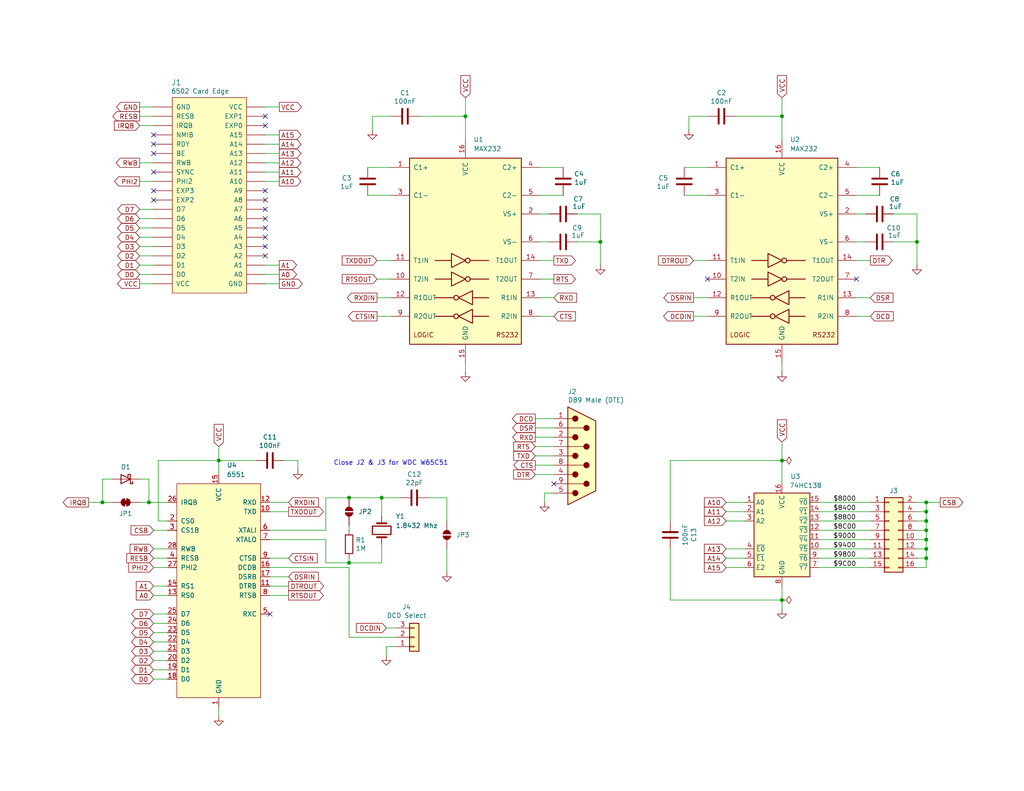
<source format=kicad_sch>
(kicad_sch (version 20250114) (generator "eeschema") (generator_version "9.0")
  (paper "USLetter")
  (title_block (title "6502 Serial Card Pro") (date "2024-06-12") (rev "1.0") (company "A.C. Wright Design"))
  (lib_symbols
    (symbol "6502 Parts:6502 Card Edge" (pin_names (offset 1.016)) (in_bom no)
      (property "Reference" "J" (at -10.16 28.448 0))
      (property "Value" "6502 Card Edge" (at -5.588 26.924 0))
      (symbol "6502 Card Edge_1_0"
        (rectangle (start -10.16 25.4) (end 10.16 -27.94) (fill (type background)))
        (pin power_in line (at -15.24 22.86 0) (length 5.08) (name "GND") (number "GND"))
        (pin bidirectional line (at -15.24 20.32 0) (length 5.08) (name "RESB") (number "RESB"))
        (pin bidirectional line (at -15.24 17.78 0) (length 5.08) (name "IRQB") (number "IRQB"))
        (pin bidirectional line (at -15.24 15.24 0) (length 5.08) (name "NMIB") (number "NMIB"))
        (pin bidirectional line (at -15.24 12.7 0) (length 5.08) (name "RDY") (number "RDY"))
        (pin bidirectional line (at -15.24 10.16 0) (length 5.08) (name "BE") (number "BE"))
        (pin bidirectional line (at -15.24 7.62 0) (length 5.08) (name "RWB") (number "RWB"))
        (pin bidirectional line (at -15.24 5.08 0) (length 5.08) (name "SYNC") (number "SYNC"))
        (pin bidirectional line (at -15.24 2.54 0) (length 5.08) (name "PHI2") (number "PHI2"))
        (pin bidirectional line (at -15.24 0 0) (length 5.08) (name "EXP3") (number "EXP3"))
        (pin bidirectional line (at -15.24 -2.54 0) (length 5.08) (name "EXP2") (number "EXP2"))
        (pin bidirectional line (at -15.24 -5.08 0) (length 5.08) (name "D7") (number "D7"))
        (pin bidirectional line (at -15.24 -7.62 0) (length 5.08) (name "D6") (number "D6"))
        (pin bidirectional line (at -15.24 -10.16 0) (length 5.08) (name "D5") (number "D5"))
        (pin bidirectional line (at -15.24 -12.7 0) (length 5.08) (name "D4") (number "D4"))
        (pin bidirectional line (at -15.24 -15.24 0) (length 5.08) (name "D3") (number "D3"))
        (pin bidirectional line (at -15.24 -17.78 0) (length 5.08) (name "D2") (number "D2"))
        (pin bidirectional line (at -15.24 -20.32 0) (length 5.08) (name "D1") (number "D1"))
        (pin bidirectional line (at -15.24 -22.86 0) (length 5.08) (name "D0") (number "D0"))
        (pin power_in line (at -15.24 -25.4 0) (length 5.08) (name "VCC") (number "VCC"))
        (pin power_in line (at 15.24 22.86 180) (length 5.08) (name "VCC") (number "VCC"))
        (pin bidirectional line (at 15.24 20.32 180) (length 5.08) (name "EXP1") (number "EXP1"))
        (pin bidirectional line (at 15.24 17.78 180) (length 5.08) (name "EXP0") (number "EXP0"))
        (pin bidirectional line (at 15.24 15.24 180) (length 5.08) (name "A15") (number "A15"))
        (pin bidirectional line (at 15.24 12.7 180) (length 5.08) (name "A14") (number "A14"))
        (pin bidirectional line (at 15.24 10.16 180) (length 5.08) (name "A13") (number "A13"))
        (pin bidirectional line (at 15.24 7.62 180) (length 5.08) (name "A12") (number "A12"))
        (pin bidirectional line (at 15.24 5.08 180) (length 5.08) (name "A11") (number "A11"))
        (pin bidirectional line (at 15.24 2.54 180) (length 5.08) (name "A10") (number "A10"))
        (pin bidirectional line (at 15.24 0 180) (length 5.08) (name "A9") (number "A9"))
        (pin bidirectional line (at 15.24 -2.54 180) (length 5.08) (name "A8") (number "A8"))
        (pin bidirectional line (at 15.24 -5.08 180) (length 5.08) (name "A7") (number "A7"))
        (pin bidirectional line (at 15.24 -7.62 180) (length 5.08) (name "A6") (number "A6"))
        (pin bidirectional line (at 15.24 -10.16 180) (length 5.08) (name "A5") (number "A5"))
        (pin bidirectional line (at 15.24 -12.7 180) (length 5.08) (name "A4") (number "A4"))
        (pin bidirectional line (at 15.24 -15.24 180) (length 5.08) (name "A3") (number "A3"))
        (pin bidirectional line (at 15.24 -17.78 180) (length 5.08) (name "A2") (number "A2"))
        (pin bidirectional line (at 15.24 -20.32 180) (length 5.08) (name "A1") (number "A1"))
        (pin bidirectional line (at 15.24 -22.86 180) (length 5.08) (name "A0") (number "A0"))
        (pin power_in line (at 15.24 -25.4 180) (length 5.08) (name "GND") (number "GND"))
      )
    )
    (symbol "6502 Parts:65C51" (pin_names (offset 1.016))
      (property "Reference" "U" (at 8.89 33.02 0))
      (property "Value" "65C51" (at 11.43 30.48 0))
      (symbol "65C51_0_1"
        (rectangle (start -11.43 29.21) (end 11.43 -29.21) (fill (type background)))
      )
      (symbol "65C51_1_1"
        (pin output line (at -13.97 24.13 0) (length 2.54) (name "IRQB") (number "26"))
        (pin input line (at -13.97 19.05 0) (length 2.54) (name "CS0") (number "2"))
        (pin input line (at -13.97 16.51 0) (length 2.54) (name "CS1B") (number "3"))
        (pin input line (at -13.97 11.43 0) (length 2.54) (name "RWB") (number "28"))
        (pin input line (at -13.97 8.89 0) (length 2.54) (name "RESB") (number "4"))
        (pin input line (at -13.97 6.35 0) (length 2.54) (name "PHI2") (number "27"))
        (pin input line (at -13.97 1.27 0) (length 2.54) (name "RS1") (number "14"))
        (pin input line (at -13.97 -1.27 0) (length 2.54) (name "RS0") (number "13"))
        (pin bidirectional line (at -13.97 -6.35 0) (length 2.54) (name "D7") (number "25"))
        (pin bidirectional line (at -13.97 -8.89 0) (length 2.54) (name "D6") (number "24"))
        (pin bidirectional line (at -13.97 -11.43 0) (length 2.54) (name "D5") (number "23"))
        (pin bidirectional line (at -13.97 -13.97 0) (length 2.54) (name "D4") (number "22"))
        (pin bidirectional line (at -13.97 -16.51 0) (length 2.54) (name "D3") (number "21"))
        (pin bidirectional line (at -13.97 -19.05 0) (length 2.54) (name "D2") (number "20"))
        (pin bidirectional line (at -13.97 -21.59 0) (length 2.54) (name "D1") (number "19"))
        (pin bidirectional line (at -13.97 -24.13 0) (length 2.54) (name "D0") (number "18"))
        (pin power_in line (at 0 31.75 270) (length 2.54) (name "VCC") (number "15"))
        (pin power_in line (at 0 -31.75 90) (length 2.54) (name "GND") (number "1"))
        (pin input line (at 13.97 24.13 180) (length 2.54) (name "RXD") (number "12"))
        (pin output line (at 13.97 21.59 180) (length 2.54) (name "TXD") (number "10"))
        (pin input line (at 13.97 16.51 180) (length 2.54) (name "XTALI") (number "6"))
        (pin input line (at 13.97 13.97 180) (length 2.54) (name "XTALO") (number "7"))
        (pin input line (at 13.97 8.89 180) (length 2.54) (name "CTSB") (number "9"))
        (pin input line (at 13.97 6.35 180) (length 2.54) (name "DCDB") (number "16"))
        (pin input line (at 13.97 3.81 180) (length 2.54) (name "DSRB") (number "17"))
        (pin output line (at 13.97 1.27 180) (length 2.54) (name "DTRB") (number "11"))
        (pin output line (at 13.97 -1.27 180) (length 2.54) (name "RTSB") (number "8"))
        (pin input line (at 13.97 -6.35 180) (length 2.54) (name "RXC") (number "5"))
      )
    )
    (symbol "6502 Parts:DB9 Male" (pin_names (offset 1.016) (hide yes))
      (property "Reference" "J" (at 0 13.97 0))
      (property "Value" "DB9 Male (DTE)" (at 0 -14.605 0))
      (symbol "DB9 Male_0_1"
        (polyline (pts (xy -3.81 10.16) (xy -2.54 10.16)))
        (polyline (pts (xy -3.81 7.62) (xy 0.508 7.62)))
        (polyline (pts (xy -3.81 5.08) (xy -2.54 5.08)))
        (polyline (pts (xy -3.81 2.54) (xy 0.508 2.54)))
        (polyline (pts (xy -3.81 0) (xy -2.54 0)))
        (polyline (pts (xy -3.81 -2.54) (xy 0.508 -2.54)))
        (polyline (pts (xy -3.81 -5.08) (xy -2.54 -5.08)))
        (polyline (pts (xy -3.81 -7.62) (xy 0.508 -7.62)))
        (polyline (pts (xy -3.81 -10.16) (xy -2.54 -10.16)))
      )
      (symbol "DB9 Male_1_1"
        (polyline (pts (xy -3.81 13.335) (xy -3.81 -13.335) (xy 3.81 -9.525) (xy 3.81 9.525) (xy -3.81 13.335)) (stroke (width 0.254)) (fill (type background)))
        (circle (center -1.778 10.16) (radius 0.762) (fill (type outline)))
        (circle (center -1.778 5.08) (radius 0.762) (fill (type outline)))
        (circle (center -1.778 0) (radius 0.762) (fill (type outline)))
        (circle (center -1.778 -5.08) (radius 0.762) (fill (type outline)))
        (circle (center -1.778 -10.16) (radius 0.762) (fill (type outline)))
        (circle (center 1.27 7.62) (radius 0.762) (fill (type outline)))
        (circle (center 1.27 2.54) (radius 0.762) (fill (type outline)))
        (circle (center 1.27 -2.54) (radius 0.762) (fill (type outline)))
        (circle (center 1.27 -7.62) (radius 0.762) (fill (type outline)))
        (pin passive line (at -7.62 10.16 0) (length 3.81) (name "1") (number "1"))
        (pin passive line (at -7.62 7.62 0) (length 3.81) (name "6") (number "6"))
        (pin passive line (at -7.62 5.08 0) (length 3.81) (name "2") (number "2"))
        (pin passive line (at -7.62 2.54 0) (length 3.81) (name "7") (number "7"))
        (pin passive line (at -7.62 0 0) (length 3.81) (name "3") (number "3"))
        (pin passive line (at -7.62 -2.54 0) (length 3.81) (name "8") (number "8"))
        (pin passive line (at -7.62 -5.08 0) (length 3.81) (name "4") (number "4"))
        (pin passive line (at -7.62 -7.62 0) (length 3.81) (name "9") (number "9"))
        (pin passive line (at -7.62 -10.16 0) (length 3.81) (name "5") (number "5"))
      )
    )
    (symbol "74xx:74HC138"
      (property "Reference" "U" (at -7.62 13.97 0))
      (property "Value" "74HC138" (at 2.54 -11.43 0))
      (symbol "74HC138_0_1"
        (rectangle (start -7.62 12.7) (end 7.62 -10.16) (stroke (width 0.254)) (fill (type background)))
      )
      (symbol "74HC138_1_1"
        (pin input line (at -10.16 10.16 0) (length 2.54) (name "A0") (number "1"))
        (pin input line (at -10.16 7.62 0) (length 2.54) (name "A1") (number "2"))
        (pin input line (at -10.16 5.08 0) (length 2.54) (name "A2") (number "3"))
        (pin input line (at -10.16 -2.54 0) (length 2.54) (name "~{E0}") (number "4"))
        (pin input line (at -10.16 -5.08 0) (length 2.54) (name "~{E1}") (number "5"))
        (pin input line (at -10.16 -7.62 0) (length 2.54) (name "E2") (number "6"))
        (pin power_in line (at 0 15.24 270) (length 2.54) (name "VCC") (number "16"))
        (pin power_in line (at 0 -12.7 90) (length 2.54) (name "GND") (number "8"))
        (pin output line (at 10.16 10.16 180) (length 2.54) (name "~{Y0}") (number "15"))
        (pin output line (at 10.16 7.62 180) (length 2.54) (name "~{Y1}") (number "14"))
        (pin output line (at 10.16 5.08 180) (length 2.54) (name "~{Y2}") (number "13"))
        (pin output line (at 10.16 2.54 180) (length 2.54) (name "~{Y3}") (number "12"))
        (pin output line (at 10.16 0 180) (length 2.54) (name "~{Y4}") (number "11"))
        (pin output line (at 10.16 -2.54 180) (length 2.54) (name "~{Y5}") (number "10"))
        (pin output line (at 10.16 -5.08 180) (length 2.54) (name "~{Y6}") (number "9"))
        (pin output line (at 10.16 -7.62 180) (length 2.54) (name "~{Y7}") (number "7"))
      )
    )
    (symbol "Connector_Generic:Conn_01x03" (pin_names (offset 1.016) (hide yes))
      (property "Reference" "J" (at 0 5.08 0))
      (property "Value" "Conn_01x03" (at 0 -5.08 0))
      (symbol "Conn_01x03_1_1"
        (rectangle (start -1.27 3.81) (end 1.27 -3.81) (stroke (width 0.254)) (fill (type background)))
        (rectangle (start -1.27 2.667) (end 0 2.413) (stroke (width 0.1524)))
        (rectangle (start -1.27 0.127) (end 0 -0.127) (stroke (width 0.1524)))
        (rectangle (start -1.27 -2.413) (end 0 -2.667) (stroke (width 0.1524)))
        (pin passive line (at -5.08 2.54 0) (length 3.81) (name "Pin_1") (number "1"))
        (pin passive line (at -5.08 0 0) (length 3.81) (name "Pin_2") (number "2"))
        (pin passive line (at -5.08 -2.54 0) (length 3.81) (name "Pin_3") (number "3"))
      )
    )
    (symbol "Connector_Generic:Conn_02x08_Odd_Even" (pin_names (offset 1.016) (hide yes))
      (property "Reference" "J" (at 1.27 10.16 0))
      (property "Value" "Conn_02x08_Odd_Even" (at 1.27 -12.7 0))
      (symbol "Conn_02x08_Odd_Even_1_1"
        (rectangle (start -1.27 8.89) (end 3.81 -11.43) (stroke (width 0.254)) (fill (type background)))
        (rectangle (start -1.27 7.747) (end 0 7.493) (stroke (width 0.1524)))
        (rectangle (start -1.27 5.207) (end 0 4.953) (stroke (width 0.1524)))
        (rectangle (start -1.27 2.667) (end 0 2.413) (stroke (width 0.1524)))
        (rectangle (start -1.27 0.127) (end 0 -0.127) (stroke (width 0.1524)))
        (rectangle (start -1.27 -2.413) (end 0 -2.667) (stroke (width 0.1524)))
        (rectangle (start -1.27 -4.953) (end 0 -5.207) (stroke (width 0.1524)))
        (rectangle (start -1.27 -7.493) (end 0 -7.747) (stroke (width 0.1524)))
        (rectangle (start -1.27 -10.033) (end 0 -10.287) (stroke (width 0.1524)))
        (rectangle (start 3.81 7.747) (end 2.54 7.493) (stroke (width 0.1524)))
        (rectangle (start 3.81 5.207) (end 2.54 4.953) (stroke (width 0.1524)))
        (rectangle (start 3.81 2.667) (end 2.54 2.413) (stroke (width 0.1524)))
        (rectangle (start 3.81 0.127) (end 2.54 -0.127) (stroke (width 0.1524)))
        (rectangle (start 3.81 -2.413) (end 2.54 -2.667) (stroke (width 0.1524)))
        (rectangle (start 3.81 -4.953) (end 2.54 -5.207) (stroke (width 0.1524)))
        (rectangle (start 3.81 -7.493) (end 2.54 -7.747) (stroke (width 0.1524)))
        (rectangle (start 3.81 -10.033) (end 2.54 -10.287) (stroke (width 0.1524)))
        (pin passive line (at -5.08 7.62 0) (length 3.81) (name "Pin_1") (number "1"))
        (pin passive line (at -5.08 5.08 0) (length 3.81) (name "Pin_3") (number "3"))
        (pin passive line (at -5.08 2.54 0) (length 3.81) (name "Pin_5") (number "5"))
        (pin passive line (at -5.08 0 0) (length 3.81) (name "Pin_7") (number "7"))
        (pin passive line (at -5.08 -2.54 0) (length 3.81) (name "Pin_9") (number "9"))
        (pin passive line (at -5.08 -5.08 0) (length 3.81) (name "Pin_11") (number "11"))
        (pin passive line (at -5.08 -7.62 0) (length 3.81) (name "Pin_13") (number "13"))
        (pin passive line (at -5.08 -10.16 0) (length 3.81) (name "Pin_15") (number "15"))
        (pin passive line (at 7.62 7.62 180) (length 3.81) (name "Pin_2") (number "2"))
        (pin passive line (at 7.62 5.08 180) (length 3.81) (name "Pin_4") (number "4"))
        (pin passive line (at 7.62 2.54 180) (length 3.81) (name "Pin_6") (number "6"))
        (pin passive line (at 7.62 0 180) (length 3.81) (name "Pin_8") (number "8"))
        (pin passive line (at 7.62 -2.54 180) (length 3.81) (name "Pin_10") (number "10"))
        (pin passive line (at 7.62 -5.08 180) (length 3.81) (name "Pin_12") (number "12"))
        (pin passive line (at 7.62 -7.62 180) (length 3.81) (name "Pin_14") (number "14"))
        (pin passive line (at 7.62 -10.16 180) (length 3.81) (name "Pin_16") (number "16"))
      )
    )
    (symbol "Device:C" (pin_numbers (hide yes)) (pin_names (offset 0.254))
      (property "Reference" "C" (at 0.635 2.54 0))
      (property "Value" "C" (at 0.635 -2.54 0))
      (symbol "C_0_1"
        (polyline (pts (xy -2.032 0.762) (xy 2.032 0.762)) (stroke (width 0.508)))
        (polyline (pts (xy -2.032 -0.762) (xy 2.032 -0.762)) (stroke (width 0.508)))
      )
      (symbol "C_1_1"
        (pin passive line (at 0 3.81 270) (length 2.794) (name "~") (number "1"))
        (pin passive line (at 0 -3.81 90) (length 2.794) (name "~") (number "2"))
      )
    )
    (symbol "Device:Crystal" (pin_numbers (hide yes)) (pin_names (offset 1.016) (hide yes))
      (property "Reference" "Y" (at 0 3.81 0))
      (property "Value" "Crystal" (at 0 -3.81 0))
      (symbol "Crystal_0_1"
        (polyline (pts (xy -2.54 0) (xy -1.905 0)))
        (polyline (pts (xy -1.905 -1.27) (xy -1.905 1.27)) (stroke (width 0.508)))
        (rectangle (start -1.143 2.54) (end 1.143 -2.54) (stroke (width 0.3048)))
        (polyline (pts (xy 1.905 -1.27) (xy 1.905 1.27)) (stroke (width 0.508)))
        (polyline (pts (xy 2.54 0) (xy 1.905 0)))
      )
      (symbol "Crystal_1_1"
        (pin passive line (at -3.81 0 0) (length 1.27) (name "1") (number "1"))
        (pin passive line (at 3.81 0 180) (length 1.27) (name "2") (number "2"))
      )
    )
    (symbol "Device:D_Schottky" (pin_numbers (hide yes)) (pin_names (offset 1.016) (hide yes))
      (property "Reference" "D" (at 0 2.54 0))
      (property "Value" "D_Schottky" (at 0 -2.54 0))
      (symbol "D_Schottky_0_1"
        (polyline (pts (xy -1.905 0.635) (xy -1.905 1.27) (xy -1.27 1.27) (xy -1.27 -1.27) (xy -0.635 -1.27) (xy -0.635 -0.635)) (stroke (width 0.254)))
        (polyline (pts (xy 1.27 1.27) (xy 1.27 -1.27) (xy -1.27 0) (xy 1.27 1.27)) (stroke (width 0.254)))
        (polyline (pts (xy 1.27 0) (xy -1.27 0)))
      )
      (symbol "D_Schottky_1_1"
        (pin passive line (at -3.81 0 0) (length 2.54) (name "K") (number "1"))
        (pin passive line (at 3.81 0 180) (length 2.54) (name "A") (number "2"))
      )
    )
    (symbol "Device:R" (pin_numbers (hide yes)) (pin_names (offset 0))
      (property "Reference" "R" (at 2.032 0 90))
      (property "Value" "R" (at 0 0 90))
      (symbol "R_0_1"
        (rectangle (start -1.016 -2.54) (end 1.016 2.54) (stroke (width 0.254)))
      )
      (symbol "R_1_1"
        (pin passive line (at 0 3.81 270) (length 1.27) (name "~") (number "1"))
        (pin passive line (at 0 -3.81 90) (length 1.27) (name "~") (number "2"))
      )
    )
    (symbol "Interface_UART:MAX232" (pin_names (offset 1.016))
      (property "Reference" "U" (at -2.54 28.575 0))
      (property "Value" "MAX232" (at -2.54 26.67 0))
      (symbol "MAX232_0_0"
        (text "LOGIC" (at -11.43 -22.86 0) (effects (font (size 1.27 1.27))))
        (text "RS232" (at 11.43 -22.86 0) (effects (font (size 1.27 1.27))))
      )
      (symbol "MAX232_0_1"
        (rectangle (start -15.24 -25.4) (end 15.24 25.4) (stroke (width 0.254)) (fill (type background)))
        (polyline (pts (xy -3.81 -0.635) (xy -3.81 -4.445) (xy 0 -2.54) (xy -3.81 -0.635)) (stroke (width 0.254)))
        (polyline (pts (xy -3.81 -2.54) (xy -8.255 -2.54)) (stroke (width 0.254)))
        (polyline (pts (xy -3.81 -5.715) (xy -3.81 -9.525) (xy 0 -7.62) (xy -3.81 -5.715)) (stroke (width 0.254)))
        (polyline (pts (xy -3.81 -7.62) (xy -8.255 -7.62)) (stroke (width 0.254)))
        (polyline (pts (xy -3.175 -12.7) (xy -8.255 -12.7)) (stroke (width 0.254)))
        (polyline (pts (xy -3.175 -17.78) (xy -8.255 -17.78)) (stroke (width 0.254)))
        (circle (center -2.54 -12.7) (radius 0.635) (stroke (width 0.254)))
        (circle (center -2.54 -17.78) (radius 0.635) (stroke (width 0.254)))
        (circle (center 0.635 -2.54) (radius 0.635) (stroke (width 0.254)))
        (circle (center 0.635 -7.62) (radius 0.635) (stroke (width 0.254)))
        (polyline (pts (xy 1.27 -2.54) (xy 6.35 -2.54)) (stroke (width 0.254)))
        (polyline (pts (xy 1.27 -7.62) (xy 6.35 -7.62)) (stroke (width 0.254)))
        (polyline (pts (xy 1.905 -10.795) (xy 1.905 -14.605) (xy -1.905 -12.7) (xy 1.905 -10.795)) (stroke (width 0.254)))
        (polyline (pts (xy 1.905 -12.7) (xy 6.35 -12.7)) (stroke (width 0.254)))
        (polyline (pts (xy 1.905 -15.875) (xy 1.905 -19.685) (xy -1.905 -17.78) (xy 1.905 -15.875)) (stroke (width 0.254)))
        (polyline (pts (xy 1.905 -17.78) (xy 6.35 -17.78)) (stroke (width 0.254)))
      )
      (symbol "MAX232_1_1"
        (pin passive line (at -20.32 22.86 0) (length 5.08) (name "C1+") (number "1"))
        (pin passive line (at -20.32 15.24 0) (length 5.08) (name "C1-") (number "3"))
        (pin input line (at -20.32 -2.54 0) (length 5.08) (name "T1IN") (number "11"))
        (pin input line (at -20.32 -7.62 0) (length 5.08) (name "T2IN") (number "10"))
        (pin output line (at -20.32 -12.7 0) (length 5.08) (name "R1OUT") (number "12"))
        (pin output line (at -20.32 -17.78 0) (length 5.08) (name "R2OUT") (number "9"))
        (pin power_in line (at 0 30.48 270) (length 5.08) (name "VCC") (number "16"))
        (pin power_in line (at 0 -30.48 90) (length 5.08) (name "GND") (number "15"))
        (pin passive line (at 20.32 22.86 180) (length 5.08) (name "C2+") (number "4"))
        (pin passive line (at 20.32 15.24 180) (length 5.08) (name "C2-") (number "5"))
        (pin power_out line (at 20.32 10.16 180) (length 5.08) (name "VS+") (number "2"))
        (pin power_out line (at 20.32 2.54 180) (length 5.08) (name "VS-") (number "6"))
        (pin output line (at 20.32 -2.54 180) (length 5.08) (name "T1OUT") (number "14"))
        (pin output line (at 20.32 -7.62 180) (length 5.08) (name "T2OUT") (number "7"))
        (pin input line (at 20.32 -12.7 180) (length 5.08) (name "R1IN") (number "13"))
        (pin input line (at 20.32 -17.78 180) (length 5.08) (name "R2IN") (number "8"))
      )
    )
    (symbol "Jumper:SolderJumper_2_Bridged" (pin_numbers (hide yes)) (pin_names (offset 0) (hide yes)) (exclude_from_sim yes) (in_bom no)
      (property "Reference" "JP" (at 0 2.032 0))
      (property "Value" "SolderJumper_2_Bridged" (at 0 -2.54 0))
      (symbol "SolderJumper_2_Bridged_0_1"
        (rectangle (start -0.508 0.508) (end 0.508 -0.508) (fill (type outline)))
        (polyline (pts (xy -0.254 1.016) (xy -0.254 -1.016)))
        (arc (start -0.254 -1.016) (mid -1.2656 0) (end -0.254 1.016))
        (arc (start -0.254 -1.016) (mid -1.2656 0) (end -0.254 1.016) (fill (type outline)))
        (arc (start 0.254 1.016) (mid 1.2656 0) (end 0.254 -1.016))
        (arc (start 0.254 1.016) (mid 1.2656 0) (end 0.254 -1.016) (fill (type outline)))
        (polyline (pts (xy 0.254 1.016) (xy 0.254 -1.016)))
      )
      (symbol "SolderJumper_2_Bridged_1_1"
        (pin passive line (at -3.81 0 0) (length 2.54) (name "A") (number "1"))
        (pin passive line (at 3.81 0 180) (length 2.54) (name "B") (number "2"))
      )
    )
    (symbol "Jumper:SolderJumper_2_Open" (pin_numbers (hide yes)) (pin_names (offset 0) (hide yes)) (exclude_from_sim yes) (in_bom no)
      (property "Reference" "JP" (at 0 2.032 0))
      (property "Value" "SolderJumper_2_Open" (at 0 -2.54 0))
      (symbol "SolderJumper_2_Open_0_1"
        (polyline (pts (xy -0.254 1.016) (xy -0.254 -1.016)))
        (arc (start -0.254 -1.016) (mid -1.2656 0) (end -0.254 1.016))
        (arc (start -0.254 -1.016) (mid -1.2656 0) (end -0.254 1.016) (fill (type outline)))
        (arc (start 0.254 1.016) (mid 1.2656 0) (end 0.254 -1.016))
        (arc (start 0.254 1.016) (mid 1.2656 0) (end 0.254 -1.016) (fill (type outline)))
        (polyline (pts (xy 0.254 1.016) (xy 0.254 -1.016)))
      )
      (symbol "SolderJumper_2_Open_1_1"
        (pin passive line (at -3.81 0 0) (length 2.54) (name "A") (number "1"))
        (pin passive line (at 3.81 0 180) (length 2.54) (name "B") (number "2"))
      )
    )
    (symbol "power:GND" (power) (pin_numbers (hide yes)) (pin_names (offset 0) (hide yes))
      (property "Value" "GND" (at 0 -3.81 0))
      (symbol "GND_0_1"
        (polyline (pts (xy 0 0) (xy 0 -1.27) (xy 1.27 -1.27) (xy 0 -2.54) (xy -1.27 -1.27) (xy 0 -1.27)))
      )
      (symbol "GND_1_1"
        (pin power_in line (at 0 0 270) (length 0) (name "~") (number "1"))
      )
    )
    (symbol "power:PWR_FLAG" (power) (pin_numbers (hide yes)) (pin_names (offset 0) (hide yes))
      (property "Value" "PWR_FLAG" (at 0 3.81 0))
      (symbol "PWR_FLAG_0_0"
        (pin power_out line (at 0 0 90) (length 0) (name "~") (number "1"))
      )
      (symbol "PWR_FLAG_0_1"
        (polyline (pts (xy 0 0) (xy 0 1.27) (xy -1.016 1.905) (xy 0 2.54) (xy 1.016 1.905) (xy 0 1.27)))
      )
    )
  )
  (text "Close J2 & J3 for WDC W65C51" (at 106.68 126.492 0) (effects (font (size 1.27 1.27))))
  (junction (at 252.73 149.86))
  (junction (at 252.73 147.32))
  (junction (at 213.36 163.83))
  (junction (at 59.69 125.73))
  (junction (at 252.73 144.78))
  (junction (at 213.36 31.75))
  (junction (at 40.64 137.16))
  (junction (at 252.73 152.4))
  (junction (at 252.73 142.24))
  (junction (at 104.14 135.89))
  (junction (at 95.25 153.67))
  (junction (at 27.94 137.16))
  (junction (at 213.36 125.73))
  (junction (at 127 31.75))
  (junction (at 252.73 137.16))
  (junction (at 95.25 135.89))
  (junction (at 250.19 66.04))
  (junction (at 252.73 139.7))
  (junction (at 163.83 66.04))
  (no_connect (at 41.91 41.91))
  (no_connect (at 193.04 76.2))
  (no_connect (at 72.39 34.29))
  (no_connect (at 41.91 39.37))
  (no_connect (at 72.39 59.69))
  (no_connect (at 41.91 54.61))
  (no_connect (at 41.91 52.07))
  (no_connect (at 41.91 46.99))
  (no_connect (at 73.66 167.64))
  (no_connect (at 41.91 36.83))
  (no_connect (at 72.39 62.23))
  (no_connect (at 233.68 76.2))
  (no_connect (at 72.39 31.75))
  (no_connect (at 72.39 64.77))
  (no_connect (at 72.39 69.85))
  (no_connect (at 72.39 52.07))
  (no_connect (at 72.39 67.31))
  (no_connect (at 72.39 54.61))
  (no_connect (at 151.13 132.08))
  (no_connect (at 72.39 57.15))
  (wire (pts (xy 72.39 72.39) (xy 76.2 72.39)))
  (wire (pts (xy 104.14 153.67) (xy 104.14 148.59)))
  (wire (pts (xy 186.69 45.72) (xy 193.04 45.72)))
  (wire (pts (xy 73.66 152.4) (xy 78.74 152.4)))
  (wire (pts (xy 38.1 31.75) (xy 41.91 31.75)))
  (wire (pts (xy 146.05 121.92) (xy 151.13 121.92)))
  (wire (pts (xy 223.52 147.32) (xy 237.49 147.32)))
  (wire (pts (xy 146.05 129.54) (xy 151.13 129.54)))
  (wire (pts (xy 43.18 125.73) (xy 59.69 125.73)))
  (wire (pts (xy 186.69 53.34) (xy 193.04 53.34)))
  (wire (pts (xy 95.25 135.89) (xy 104.14 135.89)))
  (wire (pts (xy 252.73 152.4) (xy 252.73 149.86)))
  (wire (pts (xy 73.66 147.32) (xy 88.9 147.32)))
  (wire (pts (xy 72.39 77.47) (xy 76.2 77.47)))
  (wire (pts (xy 73.66 162.56) (xy 78.74 162.56)))
  (wire (pts (xy 116.84 135.89) (xy 121.92 135.89)))
  (wire (pts (xy 252.73 144.78) (xy 252.73 142.24)))
  (wire (pts (xy 41.91 144.78) (xy 45.72 144.78)))
  (wire (pts (xy 105.41 171.45) (xy 107.95 171.45)))
  (wire (pts (xy 147.32 86.36) (xy 151.13 86.36)))
  (wire (pts (xy 59.69 121.92) (xy 59.69 125.73)))
  (wire (pts (xy 73.66 144.78) (xy 88.9 144.78)))
  (wire (pts (xy 38.1 62.23) (xy 41.91 62.23)))
  (wire (pts (xy 41.91 172.72) (xy 45.72 172.72)))
  (wire (pts (xy 102.87 71.12) (xy 106.68 71.12)))
  (wire (pts (xy 223.52 152.4) (xy 237.49 152.4)))
  (wire (pts (xy 233.68 53.34) (xy 240.03 53.34)))
  (wire (pts (xy 146.05 119.38) (xy 151.13 119.38)))
  (wire (pts (xy 38.1 77.47) (xy 41.91 77.47)))
  (wire (pts (xy 81.28 125.73) (xy 81.28 128.27)))
  (wire (pts (xy 223.52 137.16) (xy 237.49 137.16)))
  (wire (pts (xy 59.69 125.73) (xy 69.85 125.73)))
  (wire (pts (xy 101.6 35.56) (xy 101.6 31.75)))
  (wire (pts (xy 198.12 142.24) (xy 203.2 142.24)))
  (wire (pts (xy 252.73 154.94) (xy 252.73 152.4)))
  (wire (pts (xy 233.68 71.12) (xy 237.49 71.12)))
  (wire (pts (xy 41.91 170.18) (xy 45.72 170.18)))
  (wire (pts (xy 40.64 130.81) (xy 40.64 137.16)))
  (wire (pts (xy 100.33 45.72) (xy 106.68 45.72)))
  (wire (pts (xy 252.73 147.32) (xy 252.73 144.78)))
  (wire (pts (xy 250.19 154.94) (xy 252.73 154.94)))
  (wire (pts (xy 250.19 58.42) (xy 250.19 66.04)))
  (wire (pts (xy 88.9 144.78) (xy 88.9 135.89)))
  (wire (pts (xy 24.13 137.16) (xy 27.94 137.16)))
  (wire (pts (xy 198.12 139.7) (xy 203.2 139.7)))
  (wire (pts (xy 233.68 81.28) (xy 237.49 81.28)))
  (wire (pts (xy 252.73 149.86) (xy 252.73 147.32)))
  (wire (pts (xy 72.39 49.53) (xy 76.2 49.53)))
  (wire (pts (xy 252.73 137.16) (xy 256.54 137.16)))
  (wire (pts (xy 101.6 31.75) (xy 106.68 31.75)))
  (wire (pts (xy 38.1 49.53) (xy 41.91 49.53)))
  (wire (pts (xy 213.36 99.06) (xy 213.36 101.6)))
  (wire (pts (xy 213.36 163.83) (xy 213.36 166.37)))
  (wire (pts (xy 72.39 46.99) (xy 76.2 46.99)))
  (wire (pts (xy 233.68 86.36) (xy 237.49 86.36)))
  (wire (pts (xy 213.36 160.02) (xy 213.36 163.83)))
  (wire (pts (xy 40.64 137.16) (xy 45.72 137.16)))
  (wire (pts (xy 102.87 86.36) (xy 106.68 86.36)))
  (wire (pts (xy 157.48 58.42) (xy 163.83 58.42)))
  (wire (pts (xy 88.9 147.32) (xy 88.9 153.67)))
  (wire (pts (xy 45.72 142.24) (xy 43.18 142.24)))
  (wire (pts (xy 121.92 135.89) (xy 121.92 142.24)))
  (wire (pts (xy 223.52 142.24) (xy 237.49 142.24)))
  (wire (pts (xy 95.25 143.51) (xy 95.25 144.78)))
  (wire (pts (xy 147.32 71.12) (xy 151.13 71.12)))
  (wire (pts (xy 77.47 125.73) (xy 81.28 125.73)))
  (wire (pts (xy 148.59 134.62) (xy 148.59 137.16)))
  (wire (pts (xy 147.32 76.2) (xy 151.13 76.2)))
  (wire (pts (xy 163.83 58.42) (xy 163.83 66.04)))
  (wire (pts (xy 189.23 81.28) (xy 193.04 81.28)))
  (wire (pts (xy 147.32 45.72) (xy 153.67 45.72)))
  (wire (pts (xy 100.33 53.34) (xy 106.68 53.34)))
  (wire (pts (xy 213.36 132.08) (xy 213.36 125.73)))
  (wire (pts (xy 38.1 64.77) (xy 41.91 64.77)))
  (wire (pts (xy 127 31.75) (xy 127 38.1)))
  (wire (pts (xy 41.91 160.02) (xy 45.72 160.02)))
  (wire (pts (xy 252.73 142.24) (xy 252.73 139.7)))
  (wire (pts (xy 27.94 137.16) (xy 30.48 137.16)))
  (wire (pts (xy 146.05 114.3) (xy 151.13 114.3)))
  (wire (pts (xy 38.1 69.85) (xy 41.91 69.85)))
  (wire (pts (xy 250.19 142.24) (xy 252.73 142.24)))
  (wire (pts (xy 147.32 53.34) (xy 153.67 53.34)))
  (wire (pts (xy 38.1 130.81) (xy 40.64 130.81)))
  (wire (pts (xy 252.73 144.78) (xy 250.19 144.78)))
  (wire (pts (xy 200.66 31.75) (xy 213.36 31.75)))
  (wire (pts (xy 252.73 152.4) (xy 250.19 152.4)))
  (wire (pts (xy 38.1 72.39) (xy 41.91 72.39)))
  (wire (pts (xy 147.32 81.28) (xy 151.13 81.28)))
  (wire (pts (xy 27.94 130.81) (xy 27.94 137.16)))
  (wire (pts (xy 198.12 149.86) (xy 203.2 149.86)))
  (wire (pts (xy 147.32 66.04) (xy 149.86 66.04)))
  (wire (pts (xy 59.69 193.04) (xy 59.69 195.58)))
  (wire (pts (xy 73.66 154.94) (xy 95.25 154.94)))
  (wire (pts (xy 95.25 173.99) (xy 107.95 173.99)))
  (wire (pts (xy 198.12 154.94) (xy 203.2 154.94)))
  (wire (pts (xy 146.05 127) (xy 151.13 127)))
  (wire (pts (xy 127 26.67) (xy 127 31.75)))
  (wire (pts (xy 151.13 134.62) (xy 148.59 134.62)))
  (wire (pts (xy 104.14 135.89) (xy 104.14 140.97)))
  (wire (pts (xy 213.36 125.73) (xy 213.36 120.65)))
  (wire (pts (xy 213.36 125.73) (xy 182.88 125.73)))
  (wire (pts (xy 187.96 31.75) (xy 193.04 31.75)))
  (wire (pts (xy 41.91 149.86) (xy 45.72 149.86)))
  (wire (pts (xy 252.73 147.32) (xy 250.19 147.32)))
  (wire (pts (xy 88.9 135.89) (xy 95.25 135.89)))
  (wire (pts (xy 43.18 142.24) (xy 43.18 125.73)))
  (wire (pts (xy 182.88 125.73) (xy 182.88 142.24)))
  (wire (pts (xy 38.1 29.21) (xy 41.91 29.21)))
  (wire (pts (xy 72.39 36.83) (xy 76.2 36.83)))
  (wire (pts (xy 38.1 67.31) (xy 41.91 67.31)))
  (wire (pts (xy 107.95 176.53) (xy 105.41 176.53)))
  (wire (pts (xy 223.52 149.86) (xy 237.49 149.86)))
  (wire (pts (xy 73.66 139.7) (xy 78.74 139.7)))
  (wire (pts (xy 41.91 185.42) (xy 45.72 185.42)))
  (wire (pts (xy 243.84 66.04) (xy 250.19 66.04)))
  (wire (pts (xy 189.23 86.36) (xy 193.04 86.36)))
  (wire (pts (xy 250.19 137.16) (xy 252.73 137.16)))
  (wire (pts (xy 147.32 58.42) (xy 149.86 58.42)))
  (wire (pts (xy 223.52 144.78) (xy 237.49 144.78)))
  (wire (pts (xy 213.36 31.75) (xy 213.36 38.1)))
  (wire (pts (xy 105.41 176.53) (xy 105.41 179.07)))
  (wire (pts (xy 72.39 39.37) (xy 76.2 39.37)))
  (wire (pts (xy 198.12 152.4) (xy 203.2 152.4)))
  (wire (pts (xy 38.1 57.15) (xy 41.91 57.15)))
  (wire (pts (xy 250.19 66.04) (xy 250.19 72.39)))
  (wire (pts (xy 38.1 34.29) (xy 41.91 34.29)))
  (wire (pts (xy 121.92 149.86) (xy 121.92 156.21)))
  (wire (pts (xy 72.39 74.93) (xy 76.2 74.93)))
  (wire (pts (xy 213.36 26.67) (xy 213.36 31.75)))
  (wire (pts (xy 95.25 152.4) (xy 95.25 153.67)))
  (wire (pts (xy 73.66 137.16) (xy 78.74 137.16)))
  (wire (pts (xy 157.48 66.04) (xy 163.83 66.04)))
  (wire (pts (xy 41.91 177.8) (xy 45.72 177.8)))
  (wire (pts (xy 41.91 154.94) (xy 45.72 154.94)))
  (wire (pts (xy 95.25 154.94) (xy 95.25 173.99)))
  (wire (pts (xy 38.1 137.16) (xy 40.64 137.16)))
  (wire (pts (xy 41.91 162.56) (xy 45.72 162.56)))
  (wire (pts (xy 38.1 59.69) (xy 41.91 59.69)))
  (wire (pts (xy 223.52 154.94) (xy 237.49 154.94)))
  (wire (pts (xy 73.66 160.02) (xy 78.74 160.02)))
  (wire (pts (xy 41.91 175.26) (xy 45.72 175.26)))
  (wire (pts (xy 102.87 81.28) (xy 106.68 81.28)))
  (wire (pts (xy 189.23 71.12) (xy 193.04 71.12)))
  (wire (pts (xy 187.96 35.56) (xy 187.96 31.75)))
  (wire (pts (xy 252.73 149.86) (xy 250.19 149.86)))
  (wire (pts (xy 114.3 31.75) (xy 127 31.75)))
  (wire (pts (xy 233.68 66.04) (xy 236.22 66.04)))
  (wire (pts (xy 233.68 58.42) (xy 236.22 58.42)))
  (wire (pts (xy 182.88 163.83) (xy 182.88 149.86)))
  (wire (pts (xy 41.91 152.4) (xy 45.72 152.4)))
  (wire (pts (xy 38.1 74.93) (xy 41.91 74.93)))
  (wire (pts (xy 41.91 167.64) (xy 45.72 167.64)))
  (wire (pts (xy 38.1 44.45) (xy 41.91 44.45)))
  (wire (pts (xy 223.52 139.7) (xy 237.49 139.7)))
  (wire (pts (xy 233.68 45.72) (xy 240.03 45.72)))
  (wire (pts (xy 72.39 44.45) (xy 76.2 44.45)))
  (wire (pts (xy 243.84 58.42) (xy 250.19 58.42)))
  (wire (pts (xy 95.25 153.67) (xy 104.14 153.67)))
  (wire (pts (xy 252.73 139.7) (xy 250.19 139.7)))
  (wire (pts (xy 72.39 29.21) (xy 76.2 29.21)))
  (wire (pts (xy 198.12 137.16) (xy 203.2 137.16)))
  (wire (pts (xy 252.73 139.7) (xy 252.73 137.16)))
  (wire (pts (xy 41.91 182.88) (xy 45.72 182.88)))
  (wire (pts (xy 109.22 135.89) (xy 104.14 135.89)))
  (wire (pts (xy 41.91 180.34) (xy 45.72 180.34)))
  (wire (pts (xy 127 99.06) (xy 127 101.6)))
  (wire (pts (xy 73.66 157.48) (xy 78.74 157.48)))
  (wire (pts (xy 30.48 130.81) (xy 27.94 130.81)))
  (wire (pts (xy 102.87 76.2) (xy 106.68 76.2)))
  (wire (pts (xy 163.83 66.04) (xy 163.83 72.39)))
  (wire (pts (xy 146.05 124.46) (xy 151.13 124.46)))
  (wire (pts (xy 182.88 163.83) (xy 213.36 163.83)))
  (wire (pts (xy 59.69 125.73) (xy 59.69 129.54)))
  (wire (pts (xy 88.9 153.67) (xy 95.25 153.67)))
  (wire (pts (xy 72.39 41.91) (xy 76.2 41.91)))
  (wire (pts (xy 146.05 116.84) (xy 151.13 116.84)))
  (label "$8400" (at 227.33 139.7 0))
  (label "$8000" (at 227.33 137.16 0))
  (label "$8800" (at 227.33 142.24 0))
  (label "$9400" (at 227.33 149.86 0))
  (label "$9C00" (at 227.33 154.94 0))
  (label "$9000" (at 227.33 147.32 0))
  (label "$8C00" (at 227.33 144.78 0))
  (label "$9800" (at 227.33 152.4 0))
  (global_label "A13" (shape output) (at 76.2 41.91 0) (property "Intersheetrefs" "${INTERSHEET_REFS}" (effects (hide yes))))
  (global_label "RWB" (shape input) (at 41.91 149.86 180) (property "Intersheetrefs" "${INTERSHEET_REFS}" (effects (hide yes))))
  (global_label "RXD" (shape output) (at 146.05 119.38 180) (property "Intersheetrefs" "${INTERSHEET_REFS}" (effects (hide yes))))
  (global_label "TXDOUT" (shape input) (at 102.87 71.12 180) (property "Intersheetrefs" "${INTERSHEET_REFS}" (effects (hide yes))))
  (global_label "DSRIN" (shape input) (at 78.74 157.48 0) (property "Intersheetrefs" "${INTERSHEET_REFS}" (effects (hide yes))))
  (global_label "A1" (shape input) (at 41.91 160.02 180) (property "Intersheetrefs" "${INTERSHEET_REFS}" (effects (hide yes))))
  (global_label "IRQB" (shape input) (at 38.1 34.29 180) (property "Intersheetrefs" "${INTERSHEET_REFS}" (effects (hide yes))))
  (global_label "VCC" (shape output) (at 38.1 77.47 180) (property "Intersheetrefs" "${INTERSHEET_REFS}" (effects (hide yes))))
  (global_label "RTSOUT" (shape output) (at 78.74 162.56 0) (property "Intersheetrefs" "${INTERSHEET_REFS}" (effects (hide yes))))
  (global_label "VCC" (shape input) (at 213.36 120.65 90) (property "Intersheetrefs" "${INTERSHEET_REFS}" (effects (hide yes))))
  (global_label "RTS" (shape output) (at 151.13 76.2 0) (property "Intersheetrefs" "${INTERSHEET_REFS}" (effects (hide yes))))
  (global_label "TXD" (shape output) (at 151.13 71.12 0) (property "Intersheetrefs" "${INTERSHEET_REFS}" (effects (hide yes))))
  (global_label "DSR" (shape input) (at 237.49 81.28 0) (property "Intersheetrefs" "${INTERSHEET_REFS}" (effects (hide yes))))
  (global_label "D5" (shape bidirectional) (at 41.91 172.72 180) (property "Intersheetrefs" "${INTERSHEET_REFS}" (effects (hide yes))))
  (global_label "RXDIN" (shape input) (at 78.74 137.16 0) (property "Intersheetrefs" "${INTERSHEET_REFS}" (effects (hide yes))))
  (global_label "IRQB" (shape output) (at 24.13 137.16 180) (property "Intersheetrefs" "${INTERSHEET_REFS}" (effects (hide yes))))
  (global_label "VCC" (shape input) (at 59.69 121.92 90) (property "Intersheetrefs" "${INTERSHEET_REFS}" (effects (hide yes))))
  (global_label "A11" (shape input) (at 198.12 139.7 180) (property "Intersheetrefs" "${INTERSHEET_REFS}" (effects (hide yes))))
  (global_label "DSR" (shape output) (at 146.05 116.84 180) (property "Intersheetrefs" "${INTERSHEET_REFS}" (effects (hide yes))))
  (global_label "RESB" (shape input) (at 41.91 152.4 180) (property "Intersheetrefs" "${INTERSHEET_REFS}" (effects (hide yes))))
  (global_label "D7" (shape bidirectional) (at 41.91 167.64 180) (property "Intersheetrefs" "${INTERSHEET_REFS}" (effects (hide yes))))
  (global_label "DSRIN" (shape output) (at 189.23 81.28 180) (property "Intersheetrefs" "${INTERSHEET_REFS}" (effects (hide yes))))
  (global_label "D2" (shape bidirectional) (at 38.1 69.85 180) (property "Intersheetrefs" "${INTERSHEET_REFS}" (effects (hide yes))))
  (global_label "A10" (shape input) (at 198.12 137.16 180) (property "Intersheetrefs" "${INTERSHEET_REFS}" (effects (hide yes))))
  (global_label "DTR" (shape output) (at 237.49 71.12 0) (property "Intersheetrefs" "${INTERSHEET_REFS}" (effects (hide yes))))
  (global_label "CSB" (shape input) (at 41.91 144.78 180) (property "Intersheetrefs" "${INTERSHEET_REFS}" (effects (hide yes))))
  (global_label "A11" (shape output) (at 76.2 46.99 0) (property "Intersheetrefs" "${INTERSHEET_REFS}" (effects (hide yes))))
  (global_label "RXDIN" (shape output) (at 102.87 81.28 180) (property "Intersheetrefs" "${INTERSHEET_REFS}" (effects (hide yes))))
  (global_label "DCDIN" (shape input) (at 105.41 171.45 180) (property "Intersheetrefs" "${INTERSHEET_REFS}" (effects (hide yes))))
  (global_label "D7" (shape bidirectional) (at 38.1 57.15 180) (property "Intersheetrefs" "${INTERSHEET_REFS}" (effects (hide yes))))
  (global_label "RTS" (shape input) (at 146.05 121.92 180) (property "Intersheetrefs" "${INTERSHEET_REFS}" (effects (hide yes))))
  (global_label "CSB" (shape output) (at 256.54 137.16 0) (property "Intersheetrefs" "${INTERSHEET_REFS}" (effects (hide yes))))
  (global_label "D3" (shape bidirectional) (at 41.91 177.8 180) (property "Intersheetrefs" "${INTERSHEET_REFS}" (effects (hide yes))))
  (global_label "RXD" (shape input) (at 151.13 81.28 0) (property "Intersheetrefs" "${INTERSHEET_REFS}" (effects (hide yes))))
  (global_label "DTROUT" (shape input) (at 189.23 71.12 180) (property "Intersheetrefs" "${INTERSHEET_REFS}" (effects (hide yes))))
  (global_label "A10" (shape output) (at 76.2 49.53 0) (property "Intersheetrefs" "${INTERSHEET_REFS}" (effects (hide yes))))
  (global_label "TXDOUT" (shape output) (at 78.74 139.7 0) (property "Intersheetrefs" "${INTERSHEET_REFS}" (effects (hide yes))))
  (global_label "A14" (shape output) (at 76.2 39.37 0) (property "Intersheetrefs" "${INTERSHEET_REFS}" (effects (hide yes))))
  (global_label "DCD" (shape output) (at 146.05 114.3 180) (property "Intersheetrefs" "${INTERSHEET_REFS}" (effects (hide yes))))
  (global_label "D4" (shape bidirectional) (at 41.91 175.26 180) (property "Intersheetrefs" "${INTERSHEET_REFS}" (effects (hide yes))))
  (global_label "A13" (shape input) (at 198.12 149.86 180) (property "Intersheetrefs" "${INTERSHEET_REFS}" (effects (hide yes))))
  (global_label "D6" (shape bidirectional) (at 41.91 170.18 180) (property "Intersheetrefs" "${INTERSHEET_REFS}" (effects (hide yes))))
  (global_label "A14" (shape input) (at 198.12 152.4 180) (property "Intersheetrefs" "${INTERSHEET_REFS}" (effects (hide yes))))
  (global_label "GND" (shape output) (at 38.1 29.21 180) (property "Intersheetrefs" "${INTERSHEET_REFS}" (effects (hide yes))))
  (global_label "D5" (shape bidirectional) (at 38.1 62.23 180) (property "Intersheetrefs" "${INTERSHEET_REFS}" (effects (hide yes))))
  (global_label "RWB" (shape output) (at 38.1 44.45 180) (property "Intersheetrefs" "${INTERSHEET_REFS}" (effects (hide yes))))
  (global_label "A0" (shape input) (at 41.91 162.56 180) (property "Intersheetrefs" "${INTERSHEET_REFS}" (effects (hide yes))))
  (global_label "D2" (shape bidirectional) (at 41.91 180.34 180) (property "Intersheetrefs" "${INTERSHEET_REFS}" (effects (hide yes))))
  (global_label "A15" (shape output) (at 76.2 36.83 0) (property "Intersheetrefs" "${INTERSHEET_REFS}" (effects (hide yes))))
  (global_label "D0" (shape bidirectional) (at 38.1 74.93 180) (property "Intersheetrefs" "${INTERSHEET_REFS}" (effects (hide yes))))
  (global_label "D6" (shape bidirectional) (at 38.1 59.69 180) (property "Intersheetrefs" "${INTERSHEET_REFS}" (effects (hide yes))))
  (global_label "RTSOUT" (shape input) (at 102.87 76.2 180) (property "Intersheetrefs" "${INTERSHEET_REFS}" (effects (hide yes))))
  (global_label "D1" (shape bidirectional) (at 38.1 72.39 180) (property "Intersheetrefs" "${INTERSHEET_REFS}" (effects (hide yes))))
  (global_label "VCC" (shape output) (at 76.2 29.21 0) (property "Intersheetrefs" "${INTERSHEET_REFS}" (effects (hide yes))))
  (global_label "A12" (shape output) (at 76.2 44.45 0) (property "Intersheetrefs" "${INTERSHEET_REFS}" (effects (hide yes))))
  (global_label "D0" (shape bidirectional) (at 41.91 185.42 180) (property "Intersheetrefs" "${INTERSHEET_REFS}" (effects (hide yes))))
  (global_label "D1" (shape bidirectional) (at 41.91 182.88 180) (property "Intersheetrefs" "${INTERSHEET_REFS}" (effects (hide yes))))
  (global_label "D3" (shape bidirectional) (at 38.1 67.31 180) (property "Intersheetrefs" "${INTERSHEET_REFS}" (effects (hide yes))))
  (global_label "CTSIN" (shape input) (at 78.74 152.4 0) (property "Intersheetrefs" "${INTERSHEET_REFS}" (effects (hide yes))))
  (global_label "A12" (shape input) (at 198.12 142.24 180) (property "Intersheetrefs" "${INTERSHEET_REFS}" (effects (hide yes))))
  (global_label "CTS" (shape input) (at 151.13 86.36 0) (property "Intersheetrefs" "${INTERSHEET_REFS}" (effects (hide yes))))
  (global_label "DCD" (shape input) (at 237.49 86.36 0) (property "Intersheetrefs" "${INTERSHEET_REFS}" (effects (hide yes))))
  (global_label "TXD" (shape input) (at 146.05 124.46 180) (property "Intersheetrefs" "${INTERSHEET_REFS}" (effects (hide yes))))
  (global_label "VCC" (shape input) (at 213.36 26.67 90) (property "Intersheetrefs" "${INTERSHEET_REFS}" (effects (hide yes))))
  (global_label "A1" (shape output) (at 76.2 72.39 0) (property "Intersheetrefs" "${INTERSHEET_REFS}" (effects (hide yes))))
  (global_label "CTS" (shape output) (at 146.05 127 180) (property "Intersheetrefs" "${INTERSHEET_REFS}" (effects (hide yes))))
  (global_label "PHI2" (shape input) (at 41.91 154.94 180) (property "Intersheetrefs" "${INTERSHEET_REFS}" (effects (hide yes))))
  (global_label "RESB" (shape output) (at 38.1 31.75 180) (property "Intersheetrefs" "${INTERSHEET_REFS}" (effects (hide yes))))
  (global_label "DCDIN" (shape output) (at 189.23 86.36 180) (property "Intersheetrefs" "${INTERSHEET_REFS}" (effects (hide yes))))
  (global_label "DTR" (shape input) (at 146.05 129.54 180) (property "Intersheetrefs" "${INTERSHEET_REFS}" (effects (hide yes))))
  (global_label "A15" (shape input) (at 198.12 154.94 180) (property "Intersheetrefs" "${INTERSHEET_REFS}" (effects (hide yes))))
  (global_label "GND" (shape output) (at 76.2 77.47 0) (property "Intersheetrefs" "${INTERSHEET_REFS}" (effects (hide yes))))
  (global_label "DTROUT" (shape output) (at 78.74 160.02 0) (property "Intersheetrefs" "${INTERSHEET_REFS}" (effects (hide yes))))
  (global_label "PHI2" (shape output) (at 38.1 49.53 180) (property "Intersheetrefs" "${INTERSHEET_REFS}" (effects (hide yes))))
  (global_label "A0" (shape output) (at 76.2 74.93 0) (property "Intersheetrefs" "${INTERSHEET_REFS}" (effects (hide yes))))
  (global_label "D4" (shape bidirectional) (at 38.1 64.77 180) (property "Intersheetrefs" "${INTERSHEET_REFS}" (effects (hide yes))))
  (global_label "CTSIN" (shape output) (at 102.87 86.36 180) (property "Intersheetrefs" "${INTERSHEET_REFS}" (effects (hide yes))))
  (global_label "VCC" (shape input) (at 127 26.67 90) (property "Intersheetrefs" "${INTERSHEET_REFS}" (effects (hide yes))))
  (symbol (lib_id "6502 Parts:6502 Card Edge") (at 57.15 52.07 0) (unit 1) (in_bom no)
    (property "Reference" "J1" (at 46.736 23.368 0) (effects (font (size 1.4986 1.4986)) (justify left bottom)))
    (property "Value" "6502 Card Edge" (at 54.61 24.892 0))
    (property "Footprint" "6502 Parts:6502 Card Edge" (effects (hide yes)))
  )
  (symbol (lib_id "74xx:74HC138") (at 213.36 147.32 0) (unit 1)
    (property "Reference" "U3" (at 215.646 130.81 0) (effects (justify left bottom)))
    (property "Value" "74HC138" (at 215.392 131.826 0) (effects (justify left top)))
    (property "Footprint" "Package_SO:SOIC-16_3.9x9.9mm_P1.27mm" (effects (hide yes)))
    (property "Datasheet" "http://www.ti.com/lit/ds/symlink/cd74hc238.pdf" (effects (hide yes)))
    (property "Description" "3-to-8 line decoder/multiplexer inverting, DIP-16/SOIC-16/SSOP-16" (effects (hide yes)))
    (property "LCSC" "C5602" (effects (hide yes)))
  )
  (symbol (lib_id "Connector_Generic:Conn_02x08_Odd_Even") (at 242.57 144.78 0) (unit 1) (in_bom no)
    (property "Reference" "J3" (at 243.84 133.985 0))
    (property "Value" "Conn_02x08_Odd_Even" (effects (hide yes)))
    (property "Footprint" "Connector_PinHeader_2.54mm:PinHeader_2x08_P2.54mm_Vertical" (effects (hide yes)))
  )
  (symbol (lib_id "6502 Parts:DB9 Male") (at 158.75 124.46 0) (unit 1) (in_bom no)
    (property "Reference" "J2" (at 154.94 106.934 0) (effects (justify left)))
    (property "Value" "DB9 Male (DTE)" (at 154.94 109.22 0) (effects (justify left)))
    (property "Footprint" "6502 Parts:DB9 Male" (effects (hide yes)))
    (property "Datasheet" " ~" (effects (hide yes)))
    (property "Sparkfun" "PRT-00429" (effects (hide yes)))
  )
  (symbol (lib_id "Device:C") (at 182.88 146.05 0) (unit 1)
    (property "Reference" "C13" (at 189.2808 146.05 90))
    (property "Value" "100nF" (at 186.9694 146.05 90))
    (property "Footprint" "Capacitor_SMD:C_0805_2012Metric" (effects (hide yes)))
    (property "LCSC" "C49678" (effects (hide yes)))
  )
  (symbol (lib_id "Device:Crystal") (at 104.14 144.78 270) (unit 1) (in_bom no)
    (property "Reference" "Y1" (at 107.95 140.97 90) (effects (justify left)))
    (property "Value" "1.8432 Mhz" (at 107.95 143.51 90) (effects (justify left)))
    (property "Footprint" "Crystal:Crystal_HC49-U_Vertical" (effects (hide yes)))
  )
  (symbol (lib_id "Device:C") (at 113.03 135.89 270) (unit 1)
    (property "Reference" "C12" (at 113.03 129.4892 90))
    (property "Value" "22pF" (at 113.03 131.8006 90))
    (property "Footprint" "Capacitor_SMD:C_0805_2012Metric" (effects (hide yes)))
    (property "LCSC" "C1804" (effects (hide yes)))
  )
  (symbol (lib_id "Device:C") (at 110.49 31.75 90) (unit 1)
    (property "Reference" "C1" (at 110.49 25.3492 90))
    (property "Value" "100nF" (at 110.49 27.6606 90))
    (property "Footprint" "Capacitor_SMD:C_0805_2012Metric" (effects (hide yes)))
    (property "LCSC" "C49678" (effects (hide yes)))
  )
  (symbol (lib_id "Device:C") (at 100.33 49.53 0) (unit 1)
    (property "Reference" "C3" (at 94.615 48.6156 0))
    (property "Value" "1uF" (at 94.615 50.927 0))
    (property "Footprint" "Capacitor_SMD:C_0805_2012Metric" (effects (hide yes)))
    (property "LCSC" "C28323" (effects (hide yes)))
  )
  (symbol (lib_id "power:GND") (at 187.96 35.56 0) (unit 1)
    (property "Reference" "#PWR02" (effects (hide yes)))
    (property "Value" "GND" (effects (hide yes)))
    (property "Description" "Power symbol creates a global label with name \"GND\" , ground" (effects (hide yes)))
  )
  (symbol (lib_id "power:GND") (at 127 101.6 0) (unit 1)
    (property "Reference" "#PWR05" (effects (hide yes)))
    (property "Value" "GND" (effects (hide yes)))
    (property "Description" "Power symbol creates a global label with name \"GND\" , ground" (effects (hide yes)))
  )
  (symbol (lib_id "Jumper:SolderJumper_2_Open") (at 95.25 139.7 90) (unit 1) (in_bom no)
    (property "Reference" "JP2" (at 97.79 139.6999 90) (effects (justify right)))
    (property "Value" "SolderJumper_2_Open" (effects (hide yes)))
    (property "Footprint" "Jumper:SolderJumper-2_P1.3mm_Open_RoundedPad1.0x1.5mm" (effects (hide yes)))
    (property "Description" "Solder Jumper, 2-pole, open" (effects (hide yes)))
  )
  (symbol (lib_id "power:GND") (at 81.28 128.27 0) (unit 1)
    (property "Reference" "#PWR07" (effects (hide yes)))
    (property "Value" "GND" (effects (hide yes)))
    (property "Description" "Power symbol creates a global label with name \"GND\" , ground" (effects (hide yes)))
  )
  (symbol (lib_id "Device:C") (at 240.03 58.42 90) (unit 1)
    (property "Reference" "C8" (at 244.094 54.356 90))
    (property "Value" "1uF" (at 244.348 56.388 90))
    (property "Footprint" "Capacitor_SMD:C_0805_2012Metric" (effects (hide yes)))
    (property "LCSC" "C28323" (effects (hide yes)))
  )
  (symbol (lib_id "Device:C") (at 196.85 31.75 90) (unit 1)
    (property "Reference" "C2" (at 196.85 25.3492 90))
    (property "Value" "100nF" (at 196.85 27.6606 90))
    (property "Footprint" "Capacitor_SMD:C_0805_2012Metric" (effects (hide yes)))
    (property "LCSC" "C49678" (effects (hide yes)))
  )
  (symbol (lib_id "power:GND") (at 105.41 179.07 0) (unit 1)
    (property "Reference" "#PWR011" (effects (hide yes)))
    (property "Value" "GND" (effects (hide yes)))
    (property "Description" "Power symbol creates a global label with name \"GND\" , ground" (effects (hide yes)))
  )
  (symbol (lib_id "Device:C") (at 153.67 58.42 90) (unit 1)
    (property "Reference" "C7" (at 157.734 54.356 90))
    (property "Value" "1uF" (at 157.988 56.388 90))
    (property "Footprint" "Capacitor_SMD:C_0805_2012Metric" (effects (hide yes)))
    (property "LCSC" "C28323" (effects (hide yes)))
  )
  (symbol (lib_id "Interface_UART:MAX232") (at 127 68.58 0) (unit 1)
    (property "Reference" "U1" (at 129.1941 38.1 0) (effects (justify left)))
    (property "Value" "MAX232" (at 129.1941 40.64 0) (effects (justify left)))
    (property "Footprint" "6502 Parts:MAX232D" (effects (hide yes)))
    (property "Datasheet" "http://www.ti.com/lit/ds/symlink/max232.pdf" (effects (hide yes)))
    (property "Description" "Dual RS232 driver/receiver, 5V supply, 120kb/s, 0C-70C" (effects (hide yes)))
    (property "LCSC" "C59824" (effects (hide yes)))
  )
  (symbol (lib_id "Device:C") (at 153.67 66.04 90) (unit 1)
    (property "Reference" "C9" (at 157.48 62.23 90))
    (property "Value" "1uF" (at 157.734 64.262 90))
    (property "Footprint" "Capacitor_SMD:C_0805_2012Metric" (effects (hide yes)))
    (property "LCSC" "C28323" (effects (hide yes)))
  )
  (symbol (lib_id "power:PWR_FLAG") (at 213.36 125.73 270) (unit 1)
    (property "Reference" "#FLG01" (effects (hide yes)))
    (property "Value" "PWR_FLAG" (effects (hide yes)))
    (property "Description" "Special symbol for telling ERC where power comes from" (effects (hide yes)))
  )
  (symbol (lib_id "power:GND") (at 213.36 166.37 0) (unit 1)
    (property "Reference" "#PWR010" (effects (hide yes)))
    (property "Value" "GND" (effects (hide yes)))
    (property "Description" "Power symbol creates a global label with name \"GND\" , ground" (effects (hide yes)))
  )
  (symbol (lib_id "Jumper:SolderJumper_2_Open") (at 121.92 146.05 90) (unit 1) (in_bom no)
    (property "Reference" "JP3" (at 124.46 146.0499 90) (effects (justify right)))
    (property "Value" "SolderJumper_2_Open" (effects (hide yes)))
    (property "Footprint" "Jumper:SolderJumper-2_P1.3mm_Open_RoundedPad1.0x1.5mm" (effects (hide yes)))
    (property "Description" "Solder Jumper, 2-pole, open" (effects (hide yes)))
  )
  (symbol (lib_id "Device:C") (at 240.03 49.53 0) (unit 1)
    (property "Reference" "C6" (at 244.348 47.498 0))
    (property "Value" "1uF" (at 244.856 49.784 0))
    (property "Footprint" "Capacitor_SMD:C_0805_2012Metric" (effects (hide yes)))
    (property "LCSC" "C28323" (effects (hide yes)))
  )
  (symbol (lib_id "Device:C") (at 186.69 49.53 0) (unit 1)
    (property "Reference" "C5" (at 180.975 48.6156 0))
    (property "Value" "1uF" (at 180.975 50.927 0))
    (property "Footprint" "Capacitor_SMD:C_0805_2012Metric" (effects (hide yes)))
    (property "LCSC" "C28323" (effects (hide yes)))
  )
  (symbol (lib_id "power:GND") (at 121.92 156.21 0) (unit 1)
    (property "Reference" "#PWR09" (effects (hide yes)))
    (property "Value" "GND" (effects (hide yes)))
    (property "Description" "Power symbol creates a global label with name \"GND\" , ground" (effects (hide yes)))
  )
  (symbol (lib_id "power:GND") (at 213.36 101.6 0) (unit 1)
    (property "Reference" "#PWR06" (effects (hide yes)))
    (property "Value" "GND" (effects (hide yes)))
    (property "Description" "Power symbol creates a global label with name \"GND\" , ground" (effects (hide yes)))
  )
  (symbol (lib_id "Interface_UART:MAX232") (at 213.36 68.58 0) (unit 1)
    (property "Reference" "U2" (at 215.5541 38.1 0) (effects (justify left)))
    (property "Value" "MAX232" (at 215.5541 40.64 0) (effects (justify left)))
    (property "Footprint" "6502 Parts:MAX232D" (effects (hide yes)))
    (property "Datasheet" "http://www.ti.com/lit/ds/symlink/max232.pdf" (effects (hide yes)))
    (property "Description" "Dual RS232 driver/receiver, 5V supply, 120kb/s, 0C-70C" (effects (hide yes)))
    (property "LCSC" "C59824" (effects (hide yes)))
  )
  (symbol (lib_id "Connector_Generic:Conn_01x03") (at 113.03 173.99 0) (mirror x) (unit 1) (in_bom no)
    (property "Reference" "J4" (at 110.9472 165.735 0))
    (property "Value" "DCD Select" (at 110.9472 168.0464 0))
    (property "Footprint" "Connector_PinHeader_2.54mm:PinHeader_1x03_P2.54mm_Vertical" (effects (hide yes)))
    (property "Description" "Generic connector, single row, 01x03, script generated (kicad-library-utils/schlib/autogen/connector/)" (effects (hide yes)))
  )
  (symbol (lib_id "6502 Parts:65C51") (at 59.69 161.29 0) (unit 1) (in_bom no)
    (property "Reference" "U4" (at 61.8841 127 0) (effects (justify left)))
    (property "Value" "6551" (at 61.8841 129.54 0) (effects (justify left)))
    (property "Footprint" "Package_DIP:DIP-28_W15.24mm_Socket_LongPads" (effects (hide yes)))
  )
  (symbol (lib_id "Device:R") (at 95.25 148.59 180) (unit 1)
    (property "Reference" "R1" (at 97.028 147.4216 0) (effects (justify right)))
    (property "Value" "1M" (at 97.028 149.733 0) (effects (justify right)))
    (property "Footprint" "Resistor_SMD:R_0805_2012Metric" (effects (hide yes)))
    (property "Description" "Resistor" (effects (hide yes)))
    (property "LCSC" "C103906" (effects (hide yes)))
  )
  (symbol (lib_id "Device:C") (at 240.03 66.04 90) (unit 1)
    (property "Reference" "C10" (at 243.84 62.23 90))
    (property "Value" "1uF" (at 244.094 64.262 90))
    (property "Footprint" "Capacitor_SMD:C_0805_2012Metric" (effects (hide yes)))
    (property "LCSC" "C28323" (effects (hide yes)))
  )
  (symbol (lib_id "Device:C") (at 153.67 49.53 0) (unit 1)
    (property "Reference" "C4" (at 157.988 47.498 0))
    (property "Value" "1uF" (at 158.496 49.784 0))
    (property "Footprint" "Capacitor_SMD:C_0805_2012Metric" (effects (hide yes)))
    (property "LCSC" "C28323" (effects (hide yes)))
  )
  (symbol (lib_id "power:GND") (at 250.19 72.39 0) (unit 1)
    (property "Reference" "#PWR04" (effects (hide yes)))
    (property "Value" "GND" (effects (hide yes)))
    (property "Description" "Power symbol creates a global label with name \"GND\" , ground" (effects (hide yes)))
  )
  (symbol (lib_id "power:GND") (at 59.69 195.58 0) (unit 1)
    (property "Reference" "#PWR012" (effects (hide yes)))
    (property "Value" "GND" (effects (hide yes)))
    (property "Description" "Power symbol creates a global label with name \"GND\" , ground" (effects (hide yes)))
  )
  (symbol (lib_id "Jumper:SolderJumper_2_Bridged") (at 34.29 137.16 0) (unit 1) (in_bom no)
    (property "Reference" "JP1" (at 34.29 140.208 0))
    (property "Value" "SolderJumper_2_Bridged" (effects (hide yes)))
    (property "Footprint" "Jumper:SolderJumper-2_P1.3mm_Bridged_RoundedPad1.0x1.5mm" (effects (hide yes)))
    (property "Description" "Solder Jumper, 2-pole, closed/bridged" (effects (hide yes)))
  )
  (symbol (lib_id "Device:D_Schottky") (at 34.29 130.81 180) (unit 1) (in_bom no)
    (property "Reference" "D1" (at 34.29 127.508 0))
    (property "Value" "D_Schottky" (effects (hide yes)))
    (property "Footprint" "Diode_THT:D_DO-35_SOD27_P7.62mm_Horizontal" (effects (hide yes)))
    (property "Description" "Schottky diode" (effects (hide yes)))
  )
  (symbol (lib_id "power:GND") (at 148.59 137.16 0) (unit 1)
    (property "Reference" "#PWR08" (effects (hide yes)))
    (property "Value" "GND" (effects (hide yes)))
    (property "Description" "Power symbol creates a global label with name \"GND\" , ground" (effects (hide yes)))
  )
  (symbol (lib_id "Device:C") (at 73.66 125.73 90) (unit 1)
    (property "Reference" "C11" (at 73.66 119.3292 90))
    (property "Value" "100nF" (at 73.66 121.6406 90))
    (property "Footprint" "Capacitor_SMD:C_0805_2012Metric" (effects (hide yes)))
    (property "LCSC" "C49678" (effects (hide yes)))
  )
  (symbol (lib_id "power:GND") (at 101.6 35.56 0) (unit 1)
    (property "Reference" "#PWR01" (effects (hide yes)))
    (property "Value" "GND" (effects (hide yes)))
    (property "Description" "Power symbol creates a global label with name \"GND\" , ground" (effects (hide yes)))
  )
  (symbol (lib_id "power:PWR_FLAG") (at 213.36 163.83 270) (unit 1)
    (property "Reference" "#FLG02" (effects (hide yes)))
    (property "Value" "PWR_FLAG" (effects (hide yes)))
    (property "Description" "Special symbol for telling ERC where power comes from" (effects (hide yes)))
  )
  (symbol (lib_id "power:GND") (at 163.83 72.39 0) (unit 1)
    (property "Reference" "#PWR03" (effects (hide yes)))
    (property "Value" "GND" (effects (hide yes)))
    (property "Description" "Power symbol creates a global label with name \"GND\" , ground" (effects (hide yes)))
  )
)
</source>
